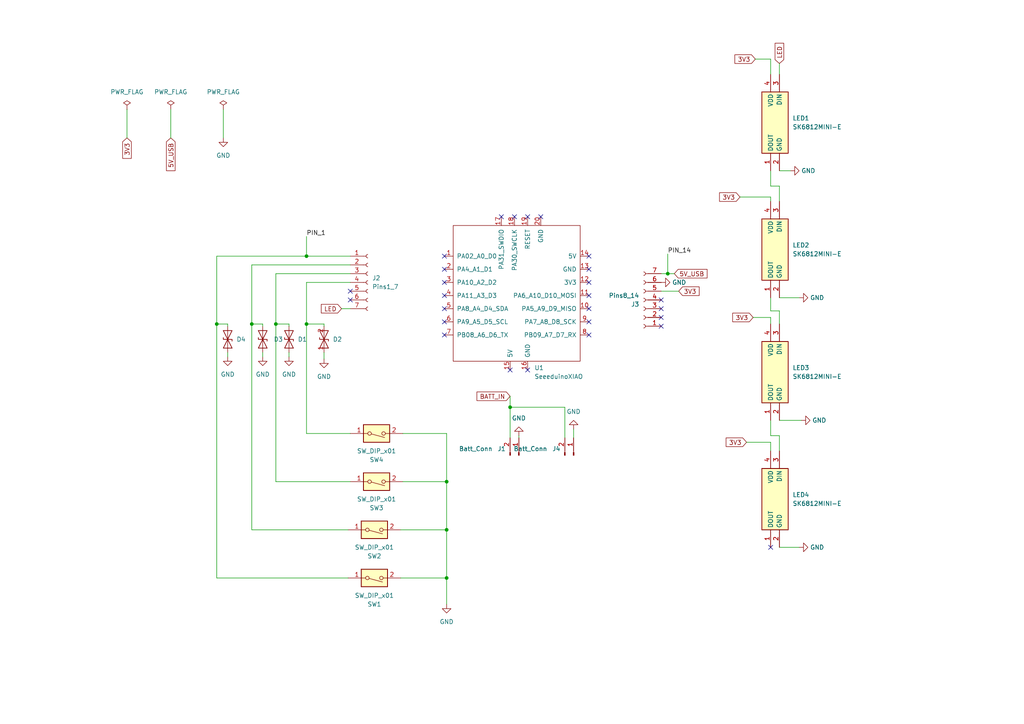
<source format=kicad_sch>
(kicad_sch (version 20230121) (generator eeschema)
  (paper "A4")
  (lib_symbols
    (symbol "Connector:Conn_01x02_Pin" (pin_names (offset 1.016) hide)
      (property "Reference" "J" (at 0 2.54 0))
      (property "Value" "Conn_01x02_Pin" (at 0 -5.08 0))
      (symbol "Conn_01x02_Pin_1_1"
        (polyline (pts (xy 1.27 -2.54) (xy 0.8636 -2.54)) (stroke (width 0.1524)))
        (polyline (pts (xy 1.27 0) (xy 0.8636 0)) (stroke (width 0.1524)))
        (rectangle (start 0.8636 -2.413) (end 0 -2.667) (stroke (width 0.1524)) (fill (type outline)))
        (rectangle (start 0.8636 0.127) (end 0 -0.127) (stroke (width 0.1524)) (fill (type outline)))
        (pin passive line (at 5.08 0 180) (length 3.81) (name "Pin_1") (number "1"))
        (pin passive line (at 5.08 -2.54 180) (length 3.81) (name "Pin_2") (number "2"))
      )
    )
    (symbol "Connector:Conn_01x07_Socket" (pin_names (offset 1.016) hide)
      (property "Reference" "J" (at 0 10.16 0))
      (property "Value" "Conn_01x07_Socket" (at 0 -10.16 0))
      (symbol "Conn_01x07_Socket_1_1"
        (arc (start 0 -7.112) (mid -0.5058 -7.62) (end 0 -8.128) (stroke (width 0.1524)))
        (arc (start 0 -4.572) (mid -0.5058 -5.08) (end 0 -5.588) (stroke (width 0.1524)))
        (arc (start 0 -2.032) (mid -0.5058 -2.54) (end 0 -3.048) (stroke (width 0.1524)))
        (polyline (pts (xy -1.27 -7.62) (xy -0.508 -7.62)) (stroke (width 0.1524)))
        (polyline (pts (xy -1.27 -5.08) (xy -0.508 -5.08)) (stroke (width 0.1524)))
        (polyline (pts (xy -1.27 -2.54) (xy -0.508 -2.54)) (stroke (width 0.1524)))
        (polyline (pts (xy -1.27 0) (xy -0.508 0)) (stroke (width 0.1524)))
        (polyline (pts (xy -1.27 2.54) (xy -0.508 2.54)) (stroke (width 0.1524)))
        (polyline (pts (xy -1.27 5.08) (xy -0.508 5.08)) (stroke (width 0.1524)))
        (polyline (pts (xy -1.27 7.62) (xy -0.508 7.62)) (stroke (width 0.1524)))
        (arc (start 0 0.508) (mid -0.5058 0) (end 0 -0.508) (stroke (width 0.1524)))
        (arc (start 0 3.048) (mid -0.5058 2.54) (end 0 2.032) (stroke (width 0.1524)))
        (arc (start 0 5.588) (mid -0.5058 5.08) (end 0 4.572) (stroke (width 0.1524)))
        (arc (start 0 8.128) (mid -0.5058 7.62) (end 0 7.112) (stroke (width 0.1524)))
        (pin passive line (at -5.08 7.62 0) (length 3.81) (name "Pin_1") (number "1"))
        (pin passive line (at -5.08 5.08 0) (length 3.81) (name "Pin_2") (number "2"))
        (pin passive line (at -5.08 2.54 0) (length 3.81) (name "Pin_3") (number "3"))
        (pin passive line (at -5.08 0 0) (length 3.81) (name "Pin_4") (number "4"))
        (pin passive line (at -5.08 -2.54 0) (length 3.81) (name "Pin_5") (number "5"))
        (pin passive line (at -5.08 -5.08 0) (length 3.81) (name "Pin_6") (number "6"))
        (pin passive line (at -5.08 -7.62 0) (length 3.81) (name "Pin_7") (number "7"))
      )
    )
    (symbol "Diode:ESD9B3.3ST5G" (pin_numbers hide) (pin_names (offset 1.016) hide)
      (property "Reference" "D" (at 0 2.54 0))
      (property "Value" "ESD9B3.3ST5G" (at 0 -2.54 0))
      (symbol "ESD9B3.3ST5G_0_1"
        (polyline (pts (xy 1.27 0) (xy -1.27 0)))
        (polyline (pts (xy -2.54 -1.27) (xy 0 0) (xy -2.54 1.27) (xy -2.54 -1.27)) (stroke (width 0.2032)))
        (polyline (pts (xy 0.508 1.27) (xy 0 1.27) (xy 0 -1.27) (xy -0.508 -1.27)) (stroke (width 0.2032)))
        (polyline (pts (xy 2.54 1.27) (xy 2.54 -1.27) (xy 0 0) (xy 2.54 1.27)) (stroke (width 0.2032)))
      )
      (symbol "ESD9B3.3ST5G_1_1"
        (pin passive line (at -3.81 0 0) (length 2.54) (name "A1") (number "1"))
        (pin passive line (at 3.81 0 180) (length 2.54) (name "A2") (number "2"))
      )
    )
    (symbol "ESD9B3.3ST5G_1" (pin_names (offset 1.016) hide)
      (property "Reference" "D" (at 0 2.54 0))
      (property "Value" "ESD9B3.3ST5G" (at 0 -2.54 0))
      (symbol "ESD9B3.3ST5G_1_0_1"
        (polyline (pts (xy 1.27 0) (xy -1.27 0)))
        (polyline (pts (xy -2.54 -1.27) (xy 0 0) (xy -2.54 1.27) (xy -2.54 -1.27)) (stroke (width 0.2032)))
        (polyline (pts (xy 0.508 1.27) (xy 0 1.27) (xy 0 -1.27) (xy -0.508 -1.27)) (stroke (width 0.2032)))
        (polyline (pts (xy 2.54 1.27) (xy 2.54 -1.27) (xy 0 0) (xy 2.54 1.27)) (stroke (width 0.2032)))
      )
      (symbol "ESD9B3.3ST5G_1_1_1"
        (pin passive line (at -3.81 0 0) (length 2.54) (name "A1") (number "1"))
        (pin passive line (at 3.81 0 180) (length 2.54) (name "A2") (number "2"))
      )
    )
    (symbol "Seeeduino XIAO:SeeeduinoXIAO" (pin_names (offset 1.016))
      (property "Reference" "U" (at -19.05 22.86 0))
      (property "Value" "SeeeduinoXIAO" (at -12.7 21.59 0))
      (symbol "SeeeduinoXIAO_0_1"
        (rectangle (start -19.05 20.32) (end 17.78 -19.05))
      )
      (symbol "SeeeduinoXIAO_1_1"
        (pin unspecified line (at -21.59 11.43 0) (length 2.54) (name "PA02_A0_D0") (number "1"))
        (pin unspecified line (at 20.32 -3.81 180) (length 2.54) (name "PA5_A9_D9_MISO") (number "10"))
        (pin unspecified line (at 20.32 0 180) (length 2.54) (name "PA6_A10_D10_MOSI") (number "11"))
        (pin unspecified line (at 20.32 3.81 180) (length 2.54) (name "3V3") (number "12"))
        (pin unspecified line (at 20.32 7.62 180) (length 2.54) (name "GND") (number "13"))
        (pin unspecified line (at 20.32 11.43 180) (length 2.54) (name "5V") (number "14"))
        (pin input line (at -2.54 -21.59 90) (length 2.54) (name "5V") (number "15"))
        (pin input line (at 2.54 -21.59 90) (length 2.54) (name "GND") (number "16"))
        (pin input line (at -5.08 22.86 270) (length 2.54) (name "PA31_SWDIO") (number "17"))
        (pin input line (at -1.27 22.86 270) (length 2.54) (name "PA30_SWCLK") (number "18"))
        (pin input line (at 2.54 22.86 270) (length 2.54) (name "RESET") (number "19"))
        (pin unspecified line (at -21.59 7.62 0) (length 2.54) (name "PA4_A1_D1") (number "2"))
        (pin input line (at 6.35 22.86 270) (length 2.54) (name "GND") (number "20"))
        (pin unspecified line (at -21.59 3.81 0) (length 2.54) (name "PA10_A2_D2") (number "3"))
        (pin unspecified line (at -21.59 0 0) (length 2.54) (name "PA11_A3_D3") (number "4"))
        (pin unspecified line (at -21.59 -3.81 0) (length 2.54) (name "PA8_A4_D4_SDA") (number "5"))
        (pin unspecified line (at -21.59 -7.62 0) (length 2.54) (name "PA9_A5_D5_SCL") (number "6"))
        (pin unspecified line (at -21.59 -11.43 0) (length 2.54) (name "PB08_A6_D6_TX") (number "7"))
        (pin unspecified line (at 20.32 -11.43 180) (length 2.54) (name "PB09_A7_D7_RX") (number "8"))
        (pin unspecified line (at 20.32 -7.62 180) (length 2.54) (name "PA7_A8_D8_SCK") (number "9"))
      )
    )
    (symbol "Switch:SW_DIP_x01" (pin_names (offset 0) hide)
      (property "Reference" "SW" (at 0 3.81 0))
      (property "Value" "SW_DIP_x01" (at 0 -3.81 0))
      (symbol "SW_DIP_x01_0_0"
        (circle (center -2.032 0) (radius 0.508))
        (polyline (pts (xy -1.524 0.127) (xy 2.3622 1.1684)))
        (circle (center 2.032 0) (radius 0.508))
      )
      (symbol "SW_DIP_x01_0_1"
        (rectangle (start -3.81 2.54) (end 3.81 -2.54) (stroke (width 0.254)) (fill (type background)))
      )
      (symbol "SW_DIP_x01_1_1"
        (pin passive line (at -7.62 0 0) (length 5.08) (name "~") (number "1"))
        (pin passive line (at 7.62 0 180) (length 5.08) (name "~") (number "2"))
      )
    )
    (symbol "User Symbol Library:SK6812MINI-E"
      (property "Reference" "LED" (at 24.13 7.62 0))
      (property "Value" "SK6812MINI-E" (at 24.13 5.08 0))
      (symbol "SK6812MINI-E_1_1"
        (rectangle (start 5.08 2.54) (end 22.86 -5.08) (stroke (width 0.254)) (fill (type background)))
        (pin passive line (at 0 0 0) (length 5.08) (name "DOUT") (number "1"))
        (pin passive line (at 0 -2.54 0) (length 5.08) (name "GND") (number "2"))
        (pin passive line (at 27.94 -2.54 180) (length 5.08) (name "DIN") (number "3"))
        (pin passive line (at 27.94 0 180) (length 5.08) (name "VDD") (number "4"))
      )
    )
    (symbol "power:GND" (power) (pin_names (offset 0))
      (property "Value" "GND" (at 0 -3.81 0))
      (symbol "GND_0_1"
        (polyline (pts (xy 0 0) (xy 0 -1.27) (xy 1.27 -1.27) (xy 0 -2.54) (xy -1.27 -1.27) (xy 0 -1.27)))
      )
      (symbol "GND_1_1"
        (pin power_in line (at 0 0 270) (length 0) hide (name "GND") (number "1"))
      )
    )
    (symbol "power:PWR_FLAG" (power) (pin_numbers hide) (pin_names (offset 0) hide)
      (property "Value" "PWR_FLAG" (at 0 3.81 0))
      (symbol "PWR_FLAG_0_0"
        (pin power_out line (at 0 0 90) (length 0) (name "pwr") (number "1"))
      )
      (symbol "PWR_FLAG_0_1"
        (polyline (pts (xy 0 0) (xy 0 1.27) (xy -1.016 1.905) (xy 0 2.54) (xy 1.016 1.905) (xy 0 1.27)))
      )
    )
  )
  (junction (at 193.675 79.375))
  (junction (at 73.025 93.98))
  (junction (at 129.54 153.67))
  (junction (at 147.955 118.11))
  (junction (at 62.865 93.98))
  (junction (at 88.9 74.295))
  (junction (at 129.54 167.64))
  (junction (at 88.9 93.98))
  (junction (at 129.54 139.7))
  (junction (at 80.01 93.98))
  (no_connect (at 128.905 85.725))
  (no_connect (at 128.905 81.915))
  (no_connect (at 191.77 86.995))
  (no_connect (at 128.905 74.295))
  (no_connect (at 170.815 89.535))
  (no_connect (at 101.6 84.455))
  (no_connect (at 128.905 97.155))
  (no_connect (at 128.905 89.535))
  (no_connect (at 170.815 74.295))
  (no_connect (at 101.6 86.995))
  (no_connect (at 191.77 92.075))
  (no_connect (at 153.035 62.865))
  (no_connect (at 191.77 94.615))
  (no_connect (at 170.815 97.155))
  (no_connect (at 149.225 62.865))
  (no_connect (at 170.815 93.345))
  (no_connect (at 170.815 81.915))
  (no_connect (at 153.035 107.315))
  (no_connect (at 156.845 62.865))
  (no_connect (at 128.905 78.105))
  (no_connect (at 223.52 158.75))
  (no_connect (at 170.815 85.725))
  (no_connect (at 170.815 78.105))
  (no_connect (at 147.955 107.315))
  (no_connect (at 145.415 62.865))
  (no_connect (at 128.905 93.345))
  (no_connect (at 191.77 89.535))
  (wire (pts (xy 80.01 93.98) (xy 83.82 93.98)))
  (wire (pts (xy 226.06 58.42) (xy 226.06 53.975)))
  (wire (pts (xy 223.52 53.975) (xy 223.52 49.53)))
  (wire (pts (xy 218.44 92.075) (xy 223.52 92.075)))
  (wire (pts (xy 163.83 118.11) (xy 147.955 118.11)))
  (wire (pts (xy 226.06 90.17) (xy 223.52 90.17)))
  (wire (pts (xy 226.06 126.365) (xy 226.06 130.81)))
  (wire (pts (xy 129.54 153.67) (xy 129.54 167.64)))
  (wire (pts (xy 93.98 102.235) (xy 93.98 104.14)))
  (wire (pts (xy 88.9 93.98) (xy 93.98 93.98)))
  (wire (pts (xy 88.9 68.58) (xy 88.9 74.295)))
  (wire (pts (xy 223.52 93.98) (xy 223.52 92.075)))
  (wire (pts (xy 195.58 79.375) (xy 193.675 79.375)))
  (wire (pts (xy 76.2 93.98) (xy 76.2 94.615)))
  (wire (pts (xy 147.955 118.11) (xy 147.955 127)))
  (wire (pts (xy 129.54 139.7) (xy 116.84 139.7)))
  (wire (pts (xy 88.9 81.915) (xy 101.6 81.915)))
  (wire (pts (xy 196.85 84.455) (xy 191.77 84.455)))
  (wire (pts (xy 80.01 93.98) (xy 80.01 139.7)))
  (wire (pts (xy 226.06 18.415) (xy 226.06 21.59)))
  (wire (pts (xy 80.01 79.375) (xy 101.6 79.375)))
  (wire (pts (xy 83.82 103.505) (xy 83.82 102.235)))
  (wire (pts (xy 99.06 89.535) (xy 101.6 89.535)))
  (wire (pts (xy 93.98 94.615) (xy 93.98 93.98)))
  (wire (pts (xy 226.06 49.53) (xy 229.235 49.53)))
  (wire (pts (xy 64.77 31.75) (xy 64.77 40.005)))
  (wire (pts (xy 73.025 153.67) (xy 100.965 153.67)))
  (wire (pts (xy 36.83 31.75) (xy 36.83 40.005)))
  (wire (pts (xy 223.52 126.365) (xy 226.06 126.365)))
  (wire (pts (xy 116.84 125.73) (xy 129.54 125.73)))
  (wire (pts (xy 62.865 93.98) (xy 66.04 93.98)))
  (wire (pts (xy 73.025 76.835) (xy 101.6 76.835)))
  (wire (pts (xy 62.865 74.295) (xy 62.865 93.98)))
  (wire (pts (xy 223.52 130.81) (xy 223.52 128.27)))
  (wire (pts (xy 62.865 93.98) (xy 62.865 167.64)))
  (wire (pts (xy 226.06 93.98) (xy 226.06 90.17)))
  (wire (pts (xy 214.63 57.15) (xy 223.52 57.15)))
  (wire (pts (xy 226.06 86.36) (xy 231.775 86.36)))
  (wire (pts (xy 129.54 125.73) (xy 129.54 139.7)))
  (wire (pts (xy 88.9 93.98) (xy 88.9 125.73)))
  (wire (pts (xy 73.025 93.98) (xy 76.2 93.98)))
  (wire (pts (xy 66.04 94.615) (xy 66.04 93.98)))
  (wire (pts (xy 223.52 21.59) (xy 223.52 17.145)))
  (wire (pts (xy 66.04 102.235) (xy 66.04 103.505)))
  (wire (pts (xy 76.2 103.505) (xy 76.2 102.235)))
  (wire (pts (xy 80.01 139.7) (xy 101.6 139.7)))
  (wire (pts (xy 223.52 90.17) (xy 223.52 86.36)))
  (wire (pts (xy 62.865 167.64) (xy 100.965 167.64)))
  (wire (pts (xy 163.83 127) (xy 163.83 118.11)))
  (wire (pts (xy 223.52 121.92) (xy 223.52 126.365)))
  (wire (pts (xy 73.025 76.835) (xy 73.025 93.98)))
  (wire (pts (xy 88.9 81.915) (xy 88.9 93.98)))
  (wire (pts (xy 166.37 124.46) (xy 166.37 127)))
  (wire (pts (xy 129.54 167.64) (xy 129.54 175.26)))
  (wire (pts (xy 193.675 79.375) (xy 191.77 79.375)))
  (wire (pts (xy 83.82 94.615) (xy 83.82 93.98)))
  (wire (pts (xy 193.675 73.66) (xy 193.675 79.375)))
  (wire (pts (xy 73.025 93.98) (xy 73.025 153.67)))
  (wire (pts (xy 88.9 74.295) (xy 101.6 74.295)))
  (wire (pts (xy 129.54 139.7) (xy 129.54 153.67)))
  (wire (pts (xy 116.205 167.64) (xy 129.54 167.64)))
  (wire (pts (xy 147.955 114.935) (xy 147.955 118.11)))
  (wire (pts (xy 62.865 74.295) (xy 88.9 74.295)))
  (wire (pts (xy 216.535 128.27) (xy 223.52 128.27)))
  (wire (pts (xy 226.06 53.975) (xy 223.52 53.975)))
  (wire (pts (xy 88.9 125.73) (xy 101.6 125.73)))
  (wire (pts (xy 116.205 153.67) (xy 129.54 153.67)))
  (wire (pts (xy 49.53 31.75) (xy 49.53 40.005)))
  (wire (pts (xy 226.06 158.75) (xy 231.775 158.75)))
  (wire (pts (xy 223.52 17.145) (xy 219.075 17.145)))
  (wire (pts (xy 150.495 126.365) (xy 150.495 127)))
  (wire (pts (xy 80.01 79.375) (xy 80.01 93.98)))
  (wire (pts (xy 226.06 121.92) (xy 232.41 121.92)))
  (wire (pts (xy 223.52 57.15) (xy 223.52 58.42)))
  (label "PIN_1" (at 88.9 68.58 0))
  (label "PIN_14" (at 193.675 73.66 0))
  (global_label "LED" (shape input) (at 226.06 18.415 90) (property "Intersheetrefs" "${INTERSHEET_REFS}" (effects hide)))
  (global_label "3V3" (shape input) (at 196.85 84.455 0) (property "Intersheetrefs" "${INTERSHEET_REFS}" (effects hide)))
  (global_label "LED" (shape input) (at 99.06 89.535 180) (property "Intersheetrefs" "${INTERSHEET_REFS}" (effects hide)))
  (global_label "3V3" (shape input) (at 218.44 92.075 180) (property "Intersheetrefs" "${INTERSHEET_REFS}" (effects hide)))
  (global_label "BATT_IN" (shape input) (at 147.955 114.935 180) (property "Intersheetrefs" "${INTERSHEET_REFS}" (effects hide)))
  (global_label "5V_USB" (shape input) (at 195.58 79.375 0) (property "Intersheetrefs" "${INTERSHEET_REFS}" (effects hide)))
  (global_label "3V3" (shape input) (at 216.535 128.27 180) (property "Intersheetrefs" "${INTERSHEET_REFS}" (effects hide)))
  (global_label "3V3" (shape input) (at 219.075 17.145 180) (property "Intersheetrefs" "${INTERSHEET_REFS}" (effects hide)))
  (global_label "5V_USB" (shape input) (at 49.53 40.005 270) (property "Intersheetrefs" "${INTERSHEET_REFS}" (effects hide)))
  (global_label "3V3" (shape input) (at 214.63 57.15 180) (property "Intersheetrefs" "${INTERSHEET_REFS}" (effects hide)))
  (global_label "3V3" (shape input) (at 36.83 40.005 270) (property "Intersheetrefs" "${INTERSHEET_REFS}" (effects hide)))
  (symbol (lib_id "User Symbol Library:SK6812MINI-E") (at 223.52 121.92 90) (unit 1)
    (property "Reference" "LED3" (at 229.87 106.68 90) (effects (justify right)))
    (property "Value" "SK6812MINI-E" (at 229.87 109.22 90) (effects (justify right)))
    (property "Footprint" "User Footprint Library:SK6812_mini" (effects hide))
    (property "Datasheet" "http://yushakobo.jp/ds/YS-SK6812MINI-E.pdf" (effects hide))
    (property "Height" "1.88" (effects hide))
    (property "Manufacturer_Name" "Yellow Stone Corp." (effects hide))
    (property "Manufacturer_Part_Number" "SK6812MINI-E" (effects hide))
  )
  (symbol (lib_id "Connector:Conn_01x07_Socket") (at 106.68 81.915 0) (unit 1)
    (property "Reference" "J2" (at 107.95 80.645 0) (effects (justify left)))
    (property "Value" "Pins1_7" (at 107.95 83.185 0) (effects (justify left)))
    (property "Footprint" "Connector_PinSocket_2.54mm:PinSocket_1x07_P2.54mm_Vertical" (effects hide))
  )
  (symbol (lib_id "power:GND") (at 231.775 86.36 90) (unit 1)
    (property "Reference" "#PWR08" (effects hide))
    (property "Value" "GND" (at 234.95 86.36 90) (effects (justify right)))
  )
  (symbol (lib_id "power:PWR_FLAG") (at 64.77 31.75 0) (unit 1)
    (property "Reference" "#FLG03" (effects hide))
    (property "Value" "PWR_FLAG" (at 64.77 26.67 0))
  )
  (symbol (lib_id "User Symbol Library:SK6812MINI-E") (at 223.52 49.53 90) (unit 1)
    (property "Reference" "LED1" (at 229.87 34.29 90) (effects (justify right)))
    (property "Value" "SK6812MINI-E" (at 229.87 36.83 90) (effects (justify right)))
    (property "Footprint" "User Footprint Library:SK6812_mini" (effects hide))
    (property "Datasheet" "http://yushakobo.jp/ds/YS-SK6812MINI-E.pdf" (effects hide))
    (property "Height" "1.88" (effects hide))
    (property "Manufacturer_Name" "Yellow Stone Corp." (effects hide))
    (property "Manufacturer_Part_Number" "SK6812MINI-E" (effects hide))
  )
  (symbol (lib_id "power:GND") (at 231.775 158.75 90) (unit 1)
    (property "Reference" "#PWR011" (effects hide))
    (property "Value" "GND" (at 234.95 158.75 90) (effects (justify right)))
  )
  (symbol (lib_id "power:GND") (at 76.2 103.505 0) (unit 1)
    (property "Reference" "#PWR05" (effects hide))
    (property "Value" "GND" (at 76.2 108.585 0))
  )
  (symbol (lib_id "power:GND") (at 232.41 121.92 90) (unit 1)
    (property "Reference" "#PWR010" (effects hide))
    (property "Value" "GND" (at 235.585 121.92 90) (effects (justify right)))
  )
  (symbol (lib_id "power:PWR_FLAG") (at 49.53 31.75 0) (unit 1)
    (property "Reference" "#FLG02" (effects hide))
    (property "Value" "PWR_FLAG" (at 49.53 26.67 0))
  )
  (symbol (lib_id "power:GND") (at 191.77 81.915 90) (unit 1)
    (property "Reference" "#PWR04" (effects hide))
    (property "Value" "GND" (at 194.945 81.915 90) (effects (justify right)))
  )
  (symbol (lib_id "power:GND") (at 150.495 126.365 180) (unit 1)
    (property "Reference" "#PWR03" (effects hide))
    (property "Value" "GND" (at 150.495 121.285 0))
  )
  (symbol (lib_id "Switch:SW_DIP_x01") (at 109.22 139.7 0) (mirror x) (unit 1)
    (property "Reference" "SW3" (at 109.22 147.32 0))
    (property "Value" "SW_DIP_x01" (at 109.22 144.78 0))
    (property "Footprint" "User Footprint Library:Kailh_socket_MX" (effects hide))
  )
  (symbol (lib_id "power:GND") (at 83.82 103.505 0) (unit 1)
    (property "Reference" "#PWR06" (effects hide))
    (property "Value" "GND" (at 83.82 108.585 0))
  )
  (symbol (lib_id "Diode:ESD9B3.3ST5G") (at 83.82 98.425 90) (unit 1)
    (property "Reference" "D1" (at 86.36 98.425 90) (effects (justify right)))
    (property "Value" "ESD9B3.3ST5G" (effects hide))
    (property "Footprint" "Diode_SMD:D_0603_1608Metric_Pad1.05x0.95mm_HandSolder" (effects hide))
  )
  (symbol (lib_id "Connector:Conn_01x02_Pin") (at 150.495 132.08 270) (mirror x) (unit 1)
    (property "Reference" "J1" (at 146.685 130.175 90) (effects (justify right)))
    (property "Value" "Batt_Conn" (at 142.875 130.175 90) (effects (justify right)))
    (property "Footprint" "Connector_JST:JST_PH_S2B-PH-K_1x02_P2.00mm_Horizontal" (effects hide))
  )
  (symbol (lib_id "Connector:Conn_01x07_Socket") (at 186.69 86.995 180) (unit 1)
    (property "Reference" "J3" (at 185.42 88.265 0) (effects (justify left)))
    (property "Value" "Pins8_14" (at 185.42 85.725 0) (effects (justify left)))
    (property "Footprint" "Connector_PinSocket_2.54mm:PinSocket_1x07_P2.54mm_Vertical" (effects hide))
  )
  (symbol (lib_id "Seeeduino XIAO:SeeeduinoXIAO") (at 150.495 85.725 0) (unit 1) (on_board no)
    (property "Reference" "U1" (at 154.9909 106.68 0) (effects (justify left)))
    (property "Value" "SeeeduinoXIAO" (at 154.9909 109.22 0) (effects (justify left)))
    (property "Footprint" "Seeeduino XIAO KICAD:Seeeduino XIAO-MOUDLE14P-2.54-21X17.8MM" (effects hide))
  )
  (symbol (lib_id "Connector:Conn_01x02_Pin") (at 166.37 132.08 270) (mirror x) (unit 1)
    (property "Reference" "J4" (at 162.56 130.175 90) (effects (justify right)))
    (property "Value" "Batt_Conn" (at 158.75 130.175 90) (effects (justify right)))
    (property "Footprint" "Capacitor_SMD:C_1210_3225Metric" (effects hide))
  )
  (symbol (lib_id "Switch:SW_DIP_x01") (at 109.22 125.73 0) (mirror x) (unit 1)
    (property "Reference" "SW4" (at 109.22 133.35 0))
    (property "Value" "SW_DIP_x01" (at 109.22 130.81 0))
    (property "Footprint" "User Footprint Library:Kailh_socket_MX" (effects hide))
  )
  (symbol (lib_id "User Symbol Library:SK6812MINI-E") (at 223.52 158.75 90) (unit 1)
    (property "Reference" "LED4" (at 229.87 143.51 90) (effects (justify right)))
    (property "Value" "SK6812MINI-E" (at 229.87 146.05 90) (effects (justify right)))
    (property "Footprint" "User Footprint Library:SK6812_mini" (effects hide))
    (property "Datasheet" "http://yushakobo.jp/ds/YS-SK6812MINI-E.pdf" (effects hide))
    (property "Height" "1.88" (effects hide))
    (property "Manufacturer_Name" "Yellow Stone Corp." (effects hide))
    (property "Manufacturer_Part_Number" "SK6812MINI-E" (effects hide))
  )
  (symbol (lib_id "Switch:SW_DIP_x01") (at 108.585 167.64 0) (mirror x) (unit 1)
    (property "Reference" "SW1" (at 108.585 175.26 0))
    (property "Value" "SW_DIP_x01" (at 108.585 172.72 0))
    (property "Footprint" "User Footprint Library:Kailh_socket_MX" (effects hide))
  )
  (symbol (lib_name "ESD9B3.3ST5G_1") (lib_id "Diode:ESD9B3.3ST5G") (at 93.98 98.425 90) (unit 1)
    (property "Reference" "D2" (at 96.52 98.425 90) (effects (justify right)))
    (property "Value" "ESD9B3.3ST5G" (effects hide))
    (property "Footprint" "Diode_SMD:D_0603_1608Metric_Pad1.05x0.95mm_HandSolder" (effects hide))
  )
  (symbol (lib_id "power:GND") (at 166.37 124.46 180) (unit 1)
    (property "Reference" "#PWR012" (effects hide))
    (property "Value" "GND" (at 166.37 119.38 0))
  )
  (symbol (lib_id "power:GND") (at 66.04 103.505 0) (unit 1)
    (property "Reference" "#PWR02" (effects hide))
    (property "Value" "GND" (at 66.04 108.585 0))
  )
  (symbol (lib_id "Diode:ESD9B3.3ST5G") (at 76.2 98.425 90) (unit 1)
    (property "Reference" "D3" (at 79.375 98.425 90) (effects (justify right)))
    (property "Value" "ESD9B3.3ST5G" (effects hide))
    (property "Footprint" "Diode_SMD:D_0603_1608Metric_Pad1.05x0.95mm_HandSolder" (effects hide))
  )
  (symbol (lib_id "power:GND") (at 93.98 104.14 0) (unit 1)
    (property "Reference" "#PWR07" (effects hide))
    (property "Value" "GND" (at 93.98 109.22 0))
  )
  (symbol (lib_id "Switch:SW_DIP_x01") (at 108.585 153.67 0) (mirror x) (unit 1)
    (property "Reference" "SW2" (at 108.585 161.29 0))
    (property "Value" "SW_DIP_x01" (at 108.585 158.75 0))
    (property "Footprint" "User Footprint Library:Kailh_socket_MX" (effects hide))
  )
  (symbol (lib_id "Diode:ESD9B3.3ST5G") (at 66.04 98.425 90) (unit 1)
    (property "Reference" "D4" (at 68.58 98.425 90) (effects (justify right)))
    (property "Value" "ESD9B3.3ST5G" (effects hide))
    (property "Footprint" "Diode_SMD:D_0603_1608Metric_Pad1.05x0.95mm_HandSolder" (effects hide))
  )
  (symbol (lib_id "power:GND") (at 229.235 49.53 90) (unit 1)
    (property "Reference" "#PWR09" (effects hide))
    (property "Value" "GND" (at 232.41 49.53 90) (effects (justify right)))
  )
  (symbol (lib_id "power:PWR_FLAG") (at 36.83 31.75 0) (unit 1)
    (property "Reference" "#FLG01" (effects hide))
    (property "Value" "PWR_FLAG" (at 36.83 26.67 0))
  )
  (symbol (lib_id "power:GND") (at 129.54 175.26 0) (unit 1)
    (property "Reference" "#PWR01" (effects hide))
    (property "Value" "GND" (at 129.54 180.34 0))
  )
  (symbol (lib_id "power:GND") (at 64.77 40.005 0) (unit 1)
    (property "Reference" "#PWR013" (effects hide))
    (property "Value" "GND" (at 64.77 45.085 0))
  )
  (symbol (lib_id "User Symbol Library:SK6812MINI-E") (at 223.52 86.36 90) (unit 1)
    (property "Reference" "LED2" (at 229.87 71.12 90) (effects (justify right)))
    (property "Value" "SK6812MINI-E" (at 229.87 73.66 90) (effects (justify right)))
    (property "Footprint" "User Footprint Library:SK6812_mini" (effects hide))
    (property "Datasheet" "http://yushakobo.jp/ds/YS-SK6812MINI-E.pdf" (effects hide))
    (property "Height" "1.88" (effects hide))
    (property "Manufacturer_Name" "Yellow Stone Corp." (effects hide))
    (property "Manufacturer_Part_Number" "SK6812MINI-E" (effects hide))
  )
)
</source>
